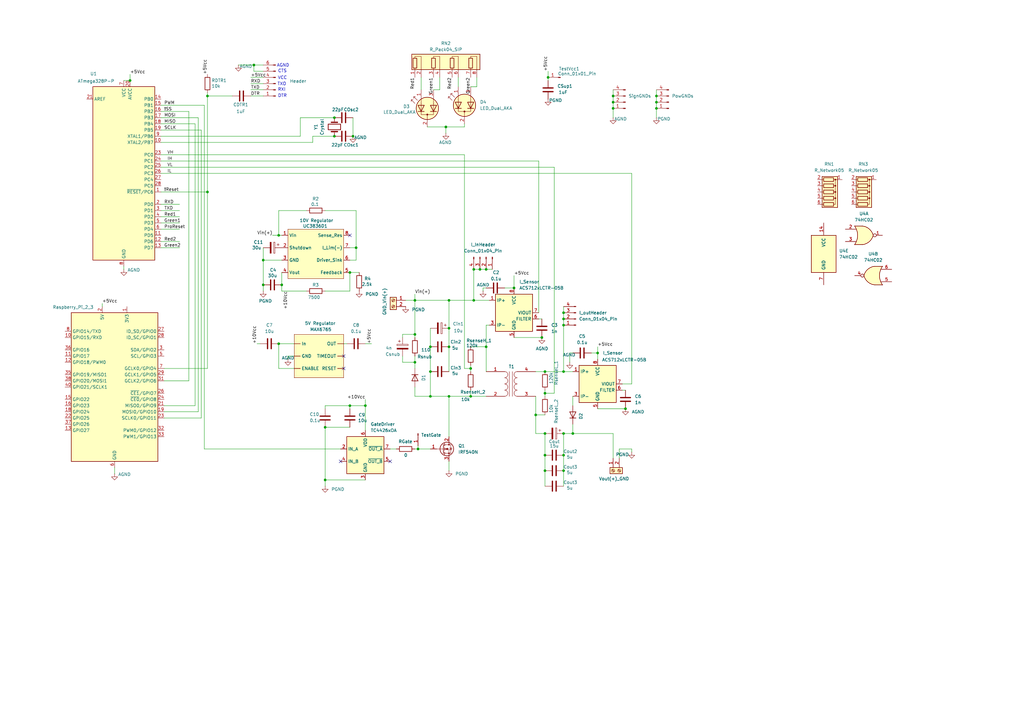
<source format=kicad_sch>
(kicad_sch (version 20250114) (generator "eeschema") (generator_version "9.0")
  (paper "A3")
  (lib_symbols
    (symbol "74xx:74HC02" (pin_names (offset 1.016))
      (property "Reference" "U" (at 0 1.27 0))
      (property "Value" "74HC02" (at 0 -1.27 0))
      (symbol "74HC02_1_1"
        (pin input line (at -7.62 2.54 0) (length 4.318) (name "~") (number "2"))
        (pin input line (at -7.62 -2.54 0) (length 4.318) (name "~") (number "3"))
        (pin output inverted (at 7.62 0 180) (length 3.81) (name "~") (number "1"))
      )
      (symbol "74HC02_1_2"
        (pin input inverted (at -7.62 2.54 0) (length 3.81) (name "~") (number "2"))
        (pin input inverted (at -7.62 -2.54 0) (length 3.81) (name "~") (number "3"))
        (pin output line (at 7.62 0 180) (length 3.81) (name "~") (number "1"))
      )
      (symbol "74HC02_2_1"
        (pin input line (at -7.62 2.54 0) (length 4.318) (name "~") (number "5"))
        (pin input line (at -7.62 -2.54 0) (length 4.318) (name "~") (number "6"))
        (pin output inverted (at 7.62 0 180) (length 3.81) (name "~") (number "4"))
      )
      (symbol "74HC02_2_2"
        (pin input inverted (at -7.62 2.54 0) (length 3.81) (name "~") (number "5"))
        (pin input inverted (at -7.62 -2.54 0) (length 3.81) (name "~") (number "6"))
        (pin output line (at 7.62 0 180) (length 3.81) (name "~") (number "4"))
      )
      (symbol "74HC02_3_1"
        (pin input line (at -7.62 2.54 0) (length 4.318) (name "~") (number "8"))
        (pin input line (at -7.62 -2.54 0) (length 4.318) (name "~") (number "9"))
        (pin output inverted (at 7.62 0 180) (length 3.81) (name "~") (number "10"))
      )
      (symbol "74HC02_3_2"
        (pin input inverted (at -7.62 2.54 0) (length 3.81) (name "~") (number "8"))
        (pin input inverted (at -7.62 -2.54 0) (length 3.81) (name "~") (number "9"))
        (pin output line (at 7.62 0 180) (length 3.81) (name "~") (number "10"))
      )
      (symbol "74HC02_4_1"
        (pin input line (at -7.62 2.54 0) (length 4.318) (name "~") (number "11"))
        (pin input line (at -7.62 -2.54 0) (length 4.318) (name "~") (number "12"))
        (pin output inverted (at 7.62 0 180) (length 3.81) (name "~") (number "13"))
      )
      (symbol "74HC02_4_2"
        (pin input inverted (at -7.62 2.54 0) (length 3.81) (name "~") (number "11"))
        (pin input inverted (at -7.62 -2.54 0) (length 3.81) (name "~") (number "12"))
        (pin output line (at 7.62 0 180) (length 3.81) (name "~") (number "13"))
      )
      (symbol "74HC02_5_0"
        (pin power_in line (at 0 12.7 270) (length 5.08) (name "VCC") (number "14"))
        (pin power_in line (at 0 -12.7 90) (length 5.08) (name "GND") (number "7"))
      )
    )
    (symbol "Connector:Conn_01x01_Pin" (pin_names (offset 1.016) (hide yes))
      (property "Reference" "J" (at 0 2.54 0))
      (property "Value" "Conn_01x01_Pin" (at 0 -2.54 0))
      (symbol "Conn_01x01_Pin_1_1"
        (pin passive line (at 5.08 0 180) (length 3.81) (name "Pin_1") (number "1"))
      )
    )
    (symbol "Connector:Conn_01x04_Pin" (pin_names (offset 1.016) (hide yes))
      (property "Reference" "J" (at 0 5.08 0))
      (property "Value" "Conn_01x04_Pin" (at 0 -7.62 0))
      (symbol "Conn_01x04_Pin_1_1"
        (pin passive line (at 5.08 2.54 180) (length 3.81) (name "Pin_1") (number "1"))
        (pin passive line (at 5.08 0 180) (length 3.81) (name "Pin_2") (number "2"))
        (pin passive line (at 5.08 -2.54 180) (length 3.81) (name "Pin_3") (number "3"))
        (pin passive line (at 5.08 -5.08 180) (length 3.81) (name "Pin_4") (number "4"))
      )
    )
    (symbol "Connector:Raspberry_Pi_2_3"
      (property "Reference" "J" (at -17.78 31.75 0))
      (property "Value" "Raspberry_Pi_2_3" (at 10.16 -31.75 0))
      (symbol "Raspberry_Pi_2_3_1_1"
        (pin bidirectional line (at -20.32 22.86 0) (length 2.54) (name "GPIO14/TXD") (number "8"))
        (pin bidirectional line (at -20.32 20.32 0) (length 2.54) (name "GPIO15/RXD") (number "10"))
        (pin bidirectional line (at -20.32 15.24 0) (length 2.54) (name "GPIO16") (number "36"))
        (pin bidirectional line (at -20.32 12.7 0) (length 2.54) (name "GPIO17") (number "11"))
        (pin bidirectional line (at -20.32 10.16 0) (length 2.54) (name "GPIO18/PWM0") (number "12"))
        (pin bidirectional line (at -20.32 5.08 0) (length 2.54) (name "GPIO19/MISO1") (number "35"))
        (pin bidirectional line (at -20.32 2.54 0) (length 2.54) (name "GPIO20/MOSI1") (number "38"))
        (pin bidirectional line (at -20.32 0 0) (length 2.54) (name "GPIO21/SCLK1") (number "40"))
        (pin bidirectional line (at -20.32 -5.08 0) (length 2.54) (name "GPIO22") (number "15"))
        (pin bidirectional line (at -20.32 -7.62 0) (length 2.54) (name "GPIO23") (number "16"))
        (pin bidirectional line (at -20.32 -10.16 0) (length 2.54) (name "GPIO24") (number "18"))
        (pin bidirectional line (at -20.32 -12.7 0) (length 2.54) (name "GPIO25") (number "22"))
        (pin bidirectional line (at -20.32 -15.24 0) (length 2.54) (name "GPIO26") (number "37"))
        (pin bidirectional line (at -20.32 -17.78 0) (length 2.54) (name "GPIO27") (number "13"))
        (pin power_in line (at -5.08 33.02 270) (length 2.54) (name "5V") (number "2"))
        (pin passive line (at -5.08 33.02 270) (length 2.54) (hide yes) (name "5V") (number "4"))
        (pin passive line (at 0 -33.02 90) (length 2.54) (hide yes) (name "GND") (number "14"))
        (pin passive line (at 0 -33.02 90) (length 2.54) (hide yes) (name "GND") (number "20"))
        (pin passive line (at 0 -33.02 90) (length 2.54) (hide yes) (name "GND") (number "25"))
        (pin passive line (at 0 -33.02 90) (length 2.54) (hide yes) (name "GND") (number "30"))
        (pin passive line (at 0 -33.02 90) (length 2.54) (hide yes) (name "GND") (number "34"))
        (pin passive line (at 0 -33.02 90) (length 2.54) (hide yes) (name "GND") (number "39"))
        (pin power_in line (at 0 -33.02 90) (length 2.54) (name "GND") (number "6"))
        (pin passive line (at 0 -33.02 90) (length 2.54) (hide yes) (name "GND") (number "9"))
        (pin power_in line (at 5.08 33.02 270) (length 2.54) (name "3V3") (number "1"))
        (pin passive line (at 5.08 33.02 270) (length 2.54) (hide yes) (name "3V3") (number "17"))
        (pin bidirectional line (at 20.32 22.86 180) (length 2.54) (name "ID_SD/GPIO0") (number "27"))
        (pin bidirectional line (at 20.32 20.32 180) (length 2.54) (name "ID_SC/GPIO1") (number "28"))
        (pin bidirectional line (at 20.32 15.24 180) (length 2.54) (name "SDA/GPIO2") (number "3"))
        (pin bidirectional line (at 20.32 12.7 180) (length 2.54) (name "SCL/GPIO3") (number "5"))
        (pin bidirectional line (at 20.32 7.62 180) (length 2.54) (name "GCLK0/GPIO4") (number "7"))
        (pin bidirectional line (at 20.32 5.08 180) (length 2.54) (name "GCLK1/GPIO5") (number "29"))
        (pin bidirectional line (at 20.32 2.54 180) (length 2.54) (name "GCLK2/GPIO6") (number "31"))
        (pin bidirectional line (at 20.32 -2.54 180) (length 2.54) (name "~{CE1}/GPIO7") (number "26"))
        (pin bidirectional line (at 20.32 -5.08 180) (length 2.54) (name "~{CE0}/GPIO8") (number "24"))
        (pin bidirectional line (at 20.32 -7.62 180) (length 2.54) (name "MISO0/GPIO9") (number "21"))
        (pin bidirectional line (at 20.32 -10.16 180) (length 2.54) (name "MOSI0/GPIO10") (number "19"))
        (pin bidirectional line (at 20.32 -12.7 180) (length 2.54) (name "SCLK0/GPIO11") (number "23"))
        (pin bidirectional line (at 20.32 -17.78 180) (length 2.54) (name "PWM0/GPIO12") (number "32"))
        (pin bidirectional line (at 20.32 -20.32 180) (length 2.54) (name "PWM1/GPIO13") (number "33"))
      )
    )
    (symbol "Connector:Screw_Terminal_01x02" (pin_names (offset 1.016) (hide yes))
      (property "Reference" "J" (at 0 2.54 0))
      (property "Value" "Screw_Terminal_01x02" (at 0 -5.08 0))
      (symbol "Screw_Terminal_01x02_1_1"
        (pin passive line (at -5.08 0 0) (length 3.81) (name "Pin_1") (number "1"))
        (pin passive line (at -5.08 -2.54 0) (length 3.81) (name "Pin_2") (number "2"))
      )
    )
    (symbol "Device:C" (pin_numbers (hide yes)) (pin_names (offset 0.254))
      (property "Reference" "C" (at 0.635 2.54 0))
      (property "Value" "C" (at 0.635 -2.54 0))
      (symbol "C_1_1"
        (pin passive line (at 0 3.81 270) (length 2.794) (name "~") (number "1"))
        (pin passive line (at 0 -3.81 90) (length 2.794) (name "~") (number "2"))
      )
    )
    (symbol "Device:C_Polarized" (pin_numbers (hide yes)) (pin_names (offset 0.254))
      (property "Reference" "C" (at 0.635 2.54 0))
      (property "Value" "C_Polarized" (at 0.635 -2.54 0))
      (symbol "C_Polarized_1_1"
        (pin passive line (at 0 3.81 270) (length 2.794) (name "~") (number "1"))
        (pin passive line (at 0 -3.81 90) (length 2.794) (name "~") (number "2"))
      )
    )
    (symbol "Device:D" (pin_numbers (hide yes)) (pin_names (offset 1.016) (hide yes))
      (property "Reference" "D" (at 0 2.54 0))
      (property "Value" "D" (at 0 -2.54 0))
      (symbol "D_1_1"
        (pin passive line (at -3.81 0 0) (length 2.54) (name "K") (number "1"))
        (pin passive line (at 3.81 0 180) (length 2.54) (name "A") (number "2"))
      )
    )
    (symbol "Device:LED_Dual_AKA" (pin_names (offset 0) (hide yes))
      (property "Reference" "D" (at 0 5.715 0))
      (property "Value" "LED_Dual_AKA" (at 0 -6.35 0))
      (symbol "LED_Dual_AKA_1_1"
        (pin input line (at -7.62 0 0) (length 3.048) (name "K") (number "2"))
        (pin input line (at 7.62 2.54 180) (length 3.81) (name "A1") (number "1"))
        (pin input line (at 7.62 -2.54 180) (length 3.81) (name "A2") (number "3"))
      )
    )
    (symbol "Device:R" (pin_numbers (hide yes)) (pin_names (offset 0))
      (property "Reference" "R" (at 2.032 0 90))
      (property "Value" "R" (at 0 0 90))
      (symbol "R_1_1"
        (pin passive line (at 0 3.81 270) (length 1.27) (name "~") (number "1"))
        (pin passive line (at 0 -3.81 90) (length 1.27) (name "~") (number "2"))
      )
    )
    (symbol "Device:R_Network05" (pin_names (offset 0) (hide yes))
      (property "Reference" "RN" (at -7.62 0 90))
      (property "Value" "R_Network05" (at 7.62 0 90))
      (symbol "R_Network05_1_1"
        (pin passive line (at -5.08 5.08 270) (length 2.54) (name "common") (number "1"))
        (pin passive line (at -5.08 -5.08 90) (length 1.27) (name "R1") (number "2"))
        (pin passive line (at -2.54 -5.08 90) (length 1.27) (name "R2") (number "3"))
        (pin passive line (at 0 -5.08 90) (length 1.27) (name "R3") (number "4"))
        (pin passive line (at 2.54 -5.08 90) (length 1.27) (name "R4") (number "5"))
        (pin passive line (at 5.08 -5.08 90) (length 1.27) (name "R5") (number "6"))
      )
    )
    (symbol "Device:R_Pack04_SIP" (pin_names (offset 0) (hide yes))
      (property "Reference" "RN" (at -15.24 0 90))
      (property "Value" "R_Pack04_SIP" (at 15.24 0 90))
      (symbol "R_Pack04_SIP_1_1"
        (pin passive line (at -12.7 -5.08 90) (length 3.81) (name "R1.1") (number "1"))
        (pin passive line (at -10.16 -5.08 90) (length 3.81) (name "R1.2") (number "2"))
        (pin passive line (at -5.08 -5.08 90) (length 3.81) (name "R2.1") (number "3"))
        (pin passive line (at -2.54 -5.08 90) (length 3.81) (name "R2.2") (number "4"))
        (pin passive line (at 2.54 -5.08 90) (length 3.81) (name "R3.1") (number "5"))
        (pin passive line (at 5.08 -5.08 90) (length 3.81) (name "R3.2") (number "6"))
        (pin passive line (at 10.16 -5.08 90) (length 3.81) (name "R4.1") (number "7"))
        (pin passive line (at 12.7 -5.08 90) (length 3.81) (name "R4.2") (number "8"))
      )
    )
    (symbol "Device:Transformer_1P_1S" (pin_names (offset 1.016) (hide yes))
      (property "Reference" "T" (at 0 6.35 0))
      (property "Value" "Transformer_1P_1S" (at 0 -7.62 0))
      (symbol "Transformer_1P_1S_1_1"
        (pin passive line (at -10.16 5.08 0) (length 7.62) (name "AA") (number "1"))
        (pin passive line (at -10.16 -5.08 0) (length 7.62) (name "AB") (number "2"))
        (pin passive line (at 10.16 5.08 180) (length 7.62) (name "SB") (number "4"))
        (pin passive line (at 10.16 -5.08 180) (length 7.62) (name "SA") (number "3"))
      )
    )
    (symbol "Driver_FET:TC4426xOA"
      (property "Reference" "U" (at -7.62 8.89 0))
      (property "Value" "TC4426xOA" (at 1.27 8.89 0))
      (symbol "TC4426xOA_1_1"
        (pin input line (at -10.16 2.54 0) (length 2.54) (name "IN_A") (number "2"))
        (pin input line (at -10.16 -2.54 0) (length 2.54) (name "IN_B") (number "4"))
        (pin no_connect line (at -7.62 0 0) (length 2.54) (hide yes) (name "NC") (number "1"))
        (pin power_in line (at 0 10.16 270) (length 2.54) (name "VDD") (number "6"))
        (pin power_in line (at 0 -10.16 90) (length 2.54) (name "GND") (number "3"))
        (pin no_connect line (at 7.62 0 180) (length 2.54) (hide yes) (name "NC") (number "8"))
        (pin output line (at 10.16 2.54 180) (length 2.54) (name "~{OUT_A}") (number "7"))
        (pin output line (at 10.16 -2.54 180) (length 2.54) (name "~{OUT_B}") (number "5"))
      )
    )
    (symbol "MCU_Microchip_ATmega:ATmega328P-P"
      (property "Reference" "U" (at -12.7 36.83 0))
      (property "Value" "ATmega328P-P" (at 2.54 -36.83 0))
      (symbol "ATmega328P-P_1_1"
        (pin passive line (at -15.24 30.48 0) (length 2.54) (name "AREF") (number "21"))
        (pin power_in line (at 0 38.1 270) (length 2.54) (name "VCC") (number "7"))
        (pin passive line (at 0 -38.1 90) (length 2.54) (hide yes) (name "GND") (number "22"))
        (pin power_in line (at 0 -38.1 90) (length 2.54) (name "GND") (number "8"))
        (pin power_in line (at 2.54 38.1 270) (length 2.54) (name "AVCC") (number "20"))
        (pin bidirectional line (at 15.24 30.48 180) (length 2.54) (name "PB0") (number "14"))
        (pin bidirectional line (at 15.24 27.94 180) (length 2.54) (name "PB1") (number "15"))
        (pin bidirectional line (at 15.24 25.4 180) (length 2.54) (name "PB2") (number "16"))
        (pin bidirectional line (at 15.24 22.86 180) (length 2.54) (name "PB3") (number "17"))
        (pin bidirectional line (at 15.24 20.32 180) (length 2.54) (name "PB4") (number "18"))
        (pin bidirectional line (at 15.24 17.78 180) (length 2.54) (name "PB5") (number "19"))
        (pin bidirectional line (at 15.24 15.24 180) (length 2.54) (name "XTAL1/PB6") (number "9"))
        (pin bidirectional line (at 15.24 12.7 180) (length 2.54) (name "XTAL2/PB7") (number "10"))
        (pin bidirectional line (at 15.24 7.62 180) (length 2.54) (name "PC0") (number "23"))
        (pin bidirectional line (at 15.24 5.08 180) (length 2.54) (name "PC1") (number "24"))
        (pin bidirectional line (at 15.24 2.54 180) (length 2.54) (name "PC2") (number "25"))
        (pin bidirectional line (at 15.24 0 180) (length 2.54) (name "PC3") (number "26"))
        (pin bidirectional line (at 15.24 -2.54 180) (length 2.54) (name "PC4") (number "27"))
        (pin bidirectional line (at 15.24 -5.08 180) (length 2.54) (name "PC5") (number "28"))
        (pin bidirectional line (at 15.24 -7.62 180) (length 2.54) (name "~{RESET}/PC6") (number "1"))
        (pin bidirectional line (at 15.24 -12.7 180) (length 2.54) (name "PD0") (number "2"))
        (pin bidirectional line (at 15.24 -15.24 180) (length 2.54) (name "PD1") (number "3"))
        (pin bidirectional line (at 15.24 -17.78 180) (length 2.54) (name "PD2") (number "4"))
        (pin bidirectional line (at 15.24 -20.32 180) (length 2.54) (name "PD3") (number "5"))
        (pin bidirectional line (at 15.24 -22.86 180) (length 2.54) (name "PD4") (number "6"))
        (pin bidirectional line (at 15.24 -25.4 180) (length 2.54) (name "PD5") (number "11"))
        (pin bidirectional line (at 15.24 -27.94 180) (length 2.54) (name "PD6") (number "12"))
        (pin bidirectional line (at 15.24 -30.48 180) (length 2.54) (name "PD7") (number "13"))
      )
    )
    (symbol "New_Library:MAX6765"
      (property "Reference" "MAX6765" (at 0 0 0))
      (symbol "MAX6765_1_1"
        (pin input line (at -10.16 -5.08 0) (length 2.54) (name "In") (number ""))
        (pin input line (at -10.16 -10.16 0) (length 2.54) (name "GND") (number ""))
        (pin input line (at -10.16 -15.24 0) (length 2.54) (name "ENABLE") (number ""))
        (pin input line (at 10.16 -5.08 180) (length 2.54) (name "OUT") (number ""))
        (pin input line (at 10.16 -10.16 180) (length 2.54) (name "TIMEOUT") (number ""))
        (pin input line (at 10.16 -15.24 180) (length 2.54) (name "RESET") (number ""))
      )
    )
    (symbol "Regulator:UC2836D"
      (property "Reference" "UC2836D" (at 0 0 0))
      (symbol "UC2836D_1_1"
        (pin input line (at -13.97 -3.81 0) (length 2.54) (name "Vin") (number "1"))
        (pin input line (at -13.97 -8.89 0) (length 2.54) (name "Shutdown") (number "2"))
        (pin output line (at -13.97 -13.97 0) (length 2.54) (name "GND") (number "3"))
        (pin output line (at -13.97 -19.05 0) (length 2.54) (name "Vout") (number "4"))
        (pin unspecified line (at 13.97 -3.81 180) (length 2.54) (name "Sense_Res") (number "8"))
        (pin output line (at 13.97 -8.89 180) (length 2.54) (name "I_Lim(-)") (number "7"))
        (pin input line (at 13.97 -13.97 180) (length 2.54) (name "Driver_Sink") (number "6"))
        (pin input line (at 13.97 -19.05 180) (length 2.54) (name "Feedback") (number "5"))
      )
    )
    (symbol "Sensor_Current:ACS712xLCTR-05B"
      (property "Reference" "U" (at 2.54 11.43 0))
      (property "Value" "ACS712xLCTR-05B" (at 2.54 8.89 0))
      (symbol "ACS712xLCTR-05B_1_1"
        (pin passive line (at -10.16 5.08 0) (length 2.54) (name "IP+") (number "1"))
        (pin passive line (at -10.16 5.08 0) (length 2.54) (hide yes) (name "IP+") (number "2"))
        (pin passive line (at -10.16 -5.08 0) (length 2.54) (name "IP-") (number "3"))
        (pin passive line (at -10.16 -5.08 0) (length 2.54) (hide yes) (name "IP-") (number "4"))
        (pin power_in line (at 0 10.16 270) (length 2.54) (name "VCC") (number "8"))
        (pin power_in line (at 0 -10.16 90) (length 2.54) (name "GND") (number "5"))
        (pin output line (at 10.16 0 180) (length 2.54) (name "VIOUT") (number "7"))
        (pin passive line (at 10.16 -2.54 180) (length 2.54) (name "FILTER") (number "6"))
      )
    )
    (symbol "Transistor_FET:IRF540N" (pin_names (hide yes))
      (property "Reference" "Q" (at 5.08 1.905 0))
      (property "Value" "IRF540N" (at 5.08 0 0))
      (symbol "IRF540N_1_1"
        (pin input line (at -5.08 0 0) (length 2.54) (name "G") (number "1"))
        (pin passive line (at 2.54 5.08 270) (length 2.54) (name "D") (number "2"))
        (pin passive line (at 2.54 -5.08 90) (length 2.54) (name "S") (number "3"))
      )
    )
    (symbol "Xtal_16MHz:Crystal" (pin_numbers (hide yes)) (pin_names (offset 1.016) (hide yes))
      (property "Reference" "Y" (at 0 3.81 0))
      (property "Value" "Crystal" (at 0 -3.81 0))
      (symbol "Crystal_1_1"
        (pin passive line (at -3.81 0 0) (length 1.27) (name "1") (number "1"))
        (pin passive line (at 3.81 0 180) (length 1.27) (name "2") (number "2"))
      )
    )
    (symbol "conn_01x06_male:Conn_01x06_Male" (pin_names (offset 1.016) (hide yes))
      (property "Reference" "HeaderFTDI1" (at -6.35 -1.524 0))
      (property "Value" "Conn_01x06_Male" (at -6.35 -3.8354 0))
      (symbol "Conn_01x06_Male_1_1"
        (pin passive line (at 5.08 5.08 180) (length 3.81) (name "Pin_1") (number "1"))
        (pin passive line (at 5.08 2.54 180) (length 3.81) (name "Pin_2") (number "2"))
        (pin passive line (at 5.08 0 180) (length 3.81) (name "Pin_3") (number "3"))
        (pin passive line (at 5.08 -2.54 180) (length 3.81) (name "Pin_4") (number "4"))
        (pin passive line (at 5.08 -5.08 180) (length 3.81) (name "Pin_5") (number "5"))
        (pin passive line (at 5.08 -7.62 180) (length 3.81) (name "Pin_6") (number "6"))
      )
    )
    (symbol "power:GND" (power) (pin_numbers (hide yes)) (pin_names (offset 0) (hide yes))
      (property "Value" "GND" (at 0 -3.81 0))
      (symbol "GND_1_1"
        (pin power_in line (at 0 0 270) (length 0) (name "~") (number "1"))
      )
    )
  )
  (text "VCC" (at 115.824 32.004 0) (effects (font (size 1.27 1.27))))
  (text "CTS\n" (at 115.824 29.21 0) (effects (font (size 1.27 1.27))))
  (text "TXO\n\n" (at 115.57 35.56 0) (effects (font (size 1.27 1.27))))
  (text "DTR\n" (at 115.824 39.37 0) (effects (font (size 1.27 1.27))))
  (text "RXI\n" (at 115.57 36.83 0) (effects (font (size 1.27 1.27))))
  (text "AGND\n\n" (at 116.078 27.94 0) (effects (font (size 1.27 1.27))))
  (junction (at 170.18 123.19))
  (junction (at 231.14 130.81))
  (junction (at 133.35 175.26))
  (junction (at 269.24 41.91))
  (junction (at 149.86 166.37))
  (junction (at 231.14 186.69))
  (junction (at 199.39 110.49))
  (junction (at 176.53 152.4))
  (junction (at 143.51 166.37))
  (junction (at 194.31 123.19))
  (junction (at 251.46 39.37))
  (junction (at 170.18 137.16))
  (junction (at 184.15 134.62))
  (junction (at 210.82 118.11))
  (junction (at 231.14 193.04))
  (junction (at 251.46 41.91))
  (junction (at 196.85 110.49))
  (junction (at 231.14 128.27))
  (junction (at 223.52 177.8))
  (junction (at 193.04 151.13))
  (junction (at 182.88 52.07))
  (junction (at 104.14 26.67))
  (junction (at 224.79 31.75))
  (junction (at 245.11 144.78))
  (junction (at 144.78 55.88))
  (junction (at 115.57 116.84))
  (junction (at 114.3 140.97))
  (junction (at 231.14 152.4))
  (junction (at 171.45 184.15))
  (junction (at 107.95 106.68))
  (junction (at 251.46 44.45))
  (junction (at 231.14 133.35))
  (junction (at 269.24 44.45))
  (junction (at 223.52 161.29))
  (junction (at 170.18 148.59))
  (junction (at 223.52 193.04))
  (junction (at 143.51 111.76))
  (junction (at 223.52 186.69))
  (junction (at 193.04 162.56))
  (junction (at 85.09 39.37))
  (junction (at 184.15 123.19))
  (junction (at 184.15 162.56))
  (junction (at 184.15 142.24))
  (junction (at 194.31 110.49))
  (junction (at 223.52 152.4))
  (junction (at 269.24 39.37))
  (junction (at 107.95 116.84))
  (junction (at 256.54 167.64))
  (junction (at 222.25 138.43))
  (junction (at 146.05 101.6))
  (junction (at 114.3 96.52))
  (junction (at 231.14 177.8))
  (junction (at 85.09 78.74))
  (junction (at 53.34 33.02))
  (junction (at 176.53 162.56))
  (junction (at 199.39 142.24))
  (junction (at 176.53 142.24))
  (junction (at 137.16 55.88))
  (junction (at 137.16 48.26))
  (junction (at 133.35 196.85))
  (junction (at 234.95 177.8))
  (junction (at 219.71 170.18))
  (no_connect (at 140.97 151.13))
  (no_connect (at 143.51 96.52))
  (no_connect (at 140.97 146.05))
  (no_connect (at 139.7 189.23))
  (no_connect (at 160.02 189.23))
  (wire (pts (xy 80.01 166.37) (xy 80.01 50.8)))
  (wire (pts (xy 231.14 133.35) (xy 231.14 152.4)))
  (wire (pts (xy 67.31 166.37) (xy 80.01 166.37)))
  (wire (pts (xy 146.05 106.68) (xy 146.05 101.6)))
  (wire (pts (xy 123.19 55.88) (xy 66.04 55.88)))
  (wire (pts (xy 176.53 134.62) (xy 176.53 142.24)))
  (wire (pts (xy 234.95 162.56) (xy 234.95 166.37)))
  (wire (pts (xy 111.76 96.52) (xy 114.3 96.52)))
  (wire (pts (xy 219.71 170.18) (xy 223.52 170.18)))
  (wire (pts (xy 194.31 110.49) (xy 196.85 110.49)))
  (wire (pts (xy 193.04 142.24) (xy 199.39 142.24)))
  (wire (pts (xy 46.99 191.77) (xy 46.99 194.31)))
  (wire (pts (xy 176.53 162.56) (xy 184.15 162.56)))
  (wire (pts (xy 219.71 162.56) (xy 219.71 170.18)))
  (wire (pts (xy 223.52 152.4) (xy 231.14 152.4)))
  (wire (pts (xy 219.71 170.18) (xy 219.71 177.8)))
  (wire (pts (xy 77.47 156.21) (xy 77.47 45.72)))
  (wire (pts (xy 199.39 118.11) (xy 198.12 118.11)))
  (wire (pts (xy 190.5 151.13) (xy 193.04 151.13)))
  (wire (pts (xy 222.25 130.81) (xy 220.98 130.81)))
  (wire (pts (xy 128.27 55.88) (xy 128.27 58.42)))
  (wire (pts (xy 231.14 130.81) (xy 231.14 133.35)))
  (wire (pts (xy 176.53 142.24) (xy 176.53 152.4)))
  (wire (pts (xy 170.18 148.59) (xy 170.18 146.05)))
  (wire (pts (xy 133.35 175.26) (xy 133.35 196.85)))
  (wire (pts (xy 199.39 162.56) (xy 193.04 162.56)))
  (wire (pts (xy 85.09 78.74) (xy 85.09 39.37)))
  (wire (pts (xy 102.87 34.29) (xy 107.95 34.29)))
  (wire (pts (xy 251.46 36.83) (xy 251.46 39.37)))
  (wire (pts (xy 133.35 86.36) (xy 146.05 86.36)))
  (wire (pts (xy 176.53 152.4) (xy 176.53 162.56)))
  (wire (pts (xy 83.82 43.18) (xy 83.82 184.15)))
  (wire (pts (xy 207.01 118.11) (xy 210.82 118.11)))
  (wire (pts (xy 182.88 52.07) (xy 190.5 52.07)))
  (wire (pts (xy 67.31 171.45) (xy 82.55 171.45)))
  (wire (pts (xy 259.08 71.12) (xy 259.08 157.48)))
  (wire (pts (xy 118.11 146.05) (xy 120.65 146.05)))
  (wire (pts (xy 245.11 144.78) (xy 245.11 147.32)))
  (wire (pts (xy 105.41 140.97) (xy 106.68 140.97)))
  (wire (pts (xy 175.26 52.07) (xy 182.88 52.07)))
  (wire (pts (xy 180.34 31.75) (xy 180.34 36.83)))
  (wire (pts (xy 160.02 184.15) (xy 162.56 184.15)))
  (wire (pts (xy 223.52 186.69) (xy 223.52 193.04)))
  (wire (pts (xy 133.35 119.38) (xy 143.51 119.38)))
  (wire (pts (xy 85.09 39.37) (xy 95.25 39.37)))
  (wire (pts (xy 82.55 171.45) (xy 82.55 53.34)))
  (wire (pts (xy 104.14 26.67) (xy 107.95 26.67)))
  (wire (pts (xy 231.14 125.73) (xy 231.14 128.27)))
  (wire (pts (xy 66.04 83.82) (xy 73.66 83.82)))
  (wire (pts (xy 172.72 31.75) (xy 172.72 36.83)))
  (wire (pts (xy 233.68 144.78) (xy 233.68 148.59)))
  (wire (pts (xy 187.96 31.75) (xy 187.96 35.56)))
  (wire (pts (xy 170.18 138.43) (xy 170.18 137.16)))
  (wire (pts (xy 143.51 119.38) (xy 143.51 111.76)))
  (wire (pts (xy 170.18 162.56) (xy 170.18 158.75)))
  (wire (pts (xy 114.3 151.13) (xy 120.65 151.13)))
  (wire (pts (xy 149.86 166.37) (xy 149.86 176.53)))
  (wire (pts (xy 66.04 93.98) (xy 73.66 93.98)))
  (wire (pts (xy 144.78 48.26) (xy 144.78 55.88)))
  (wire (pts (xy 80.01 50.8) (xy 66.04 50.8)))
  (wire (pts (xy 184.15 123.19) (xy 184.15 134.62)))
  (wire (pts (xy 50.8 33.02) (xy 53.34 33.02)))
  (wire (pts (xy 149.86 140.97) (xy 152.4 140.97)))
  (wire (pts (xy 210.82 113.03) (xy 210.82 118.11)))
  (wire (pts (xy 133.35 196.85) (xy 149.86 196.85)))
  (wire (pts (xy 149.86 166.37) (xy 149.86 163.83)))
  (wire (pts (xy 114.3 96.52) (xy 115.57 96.52)))
  (wire (pts (xy 165.1 146.05) (xy 165.1 148.59)))
  (wire (pts (xy 194.31 123.19) (xy 200.66 123.19)))
  (wire (pts (xy 53.34 30.48) (xy 53.34 33.02)))
  (wire (pts (xy 195.58 31.75) (xy 195.58 35.56)))
  (wire (pts (xy 184.15 162.56) (xy 184.15 179.07)))
  (wire (pts (xy 171.45 184.15) (xy 176.53 184.15)))
  (wire (pts (xy 220.98 66.04) (xy 66.04 66.04)))
  (wire (pts (xy 234.95 177.8) (xy 234.95 173.99)))
  (wire (pts (xy 196.85 110.49) (xy 199.39 110.49)))
  (wire (pts (xy 231.14 177.8) (xy 234.95 177.8)))
  (wire (pts (xy 115.57 119.38) (xy 125.73 119.38)))
  (wire (pts (xy 107.95 106.68) (xy 115.57 106.68)))
  (wire (pts (xy 66.04 68.58) (xy 227.33 68.58)))
  (wire (pts (xy 170.18 184.15) (xy 171.45 184.15)))
  (wire (pts (xy 231.14 128.27) (xy 231.14 130.81)))
  (wire (pts (xy 133.35 175.26) (xy 143.51 175.26)))
  (wire (pts (xy 234.95 144.78) (xy 233.68 144.78)))
  (wire (pts (xy 128.27 55.88) (xy 137.16 55.88)))
  (wire (pts (xy 224.79 31.75) (xy 224.79 33.02)))
  (wire (pts (xy 193.04 151.13) (xy 193.04 152.4)))
  (wire (pts (xy 83.82 184.15) (xy 139.7 184.15)))
  (wire (pts (xy 199.39 110.49) (xy 201.93 110.49)))
  (wire (pts (xy 171.45 182.88) (xy 171.45 184.15)))
  (wire (pts (xy 193.04 162.56) (xy 184.15 162.56)))
  (wire (pts (xy 85.09 38.1) (xy 85.09 39.37)))
  (wire (pts (xy 114.3 86.36) (xy 125.73 86.36)))
  (wire (pts (xy 146.05 101.6) (xy 143.51 101.6)))
  (wire (pts (xy 254 184.15) (xy 259.08 184.15)))
  (wire (pts (xy 177.8 36.83) (xy 180.34 36.83)))
  (wire (pts (xy 182.88 52.07) (xy 182.88 54.61)))
  (wire (pts (xy 199.39 142.24) (xy 199.39 152.4)))
  (wire (pts (xy 170.18 137.16) (xy 170.18 123.19)))
  (wire (pts (xy 269.24 36.83) (xy 269.24 39.37)))
  (wire (pts (xy 114.3 96.52) (xy 114.3 86.36)))
  (wire (pts (xy 184.15 142.24) (xy 184.15 152.4)))
  (wire (pts (xy 224.79 29.21) (xy 224.79 31.75)))
  (wire (pts (xy 231.14 186.69) (xy 231.14 177.8)))
  (wire (pts (xy 184.15 123.19) (xy 194.31 123.19)))
  (wire (pts (xy 251.46 177.8) (xy 251.46 187.96)))
  (wire (pts (xy 133.35 167.64) (xy 133.35 166.37)))
  (wire (pts (xy 66.04 86.36) (xy 73.66 86.36)))
  (wire (pts (xy 245.11 142.24) (xy 245.11 144.78)))
  (wire (pts (xy 66.04 78.74) (xy 85.09 78.74)))
  (wire (pts (xy 193.04 35.56) (xy 195.58 35.56)))
  (wire (pts (xy 255.27 157.48) (xy 259.08 157.48)))
  (wire (pts (xy 123.19 48.26) (xy 137.16 48.26)))
  (wire (pts (xy 170.18 151.13) (xy 170.18 148.59)))
  (wire (pts (xy 256.54 160.02) (xy 255.27 160.02)))
  (wire (pts (xy 41.91 124.46) (xy 41.91 125.73)))
  (wire (pts (xy 184.15 134.62) (xy 184.15 142.24)))
  (wire (pts (xy 219.71 177.8) (xy 223.52 177.8)))
  (wire (pts (xy 251.46 177.8) (xy 234.95 177.8)))
  (wire (pts (xy 140.97 140.97) (xy 142.24 140.97)))
  (wire (pts (xy 269.24 39.37) (xy 269.24 41.91)))
  (wire (pts (xy 245.11 167.64) (xy 256.54 167.64)))
  (wire (pts (xy 198.12 118.11) (xy 198.12 119.38)))
  (wire (pts (xy 193.04 149.86) (xy 193.04 151.13)))
  (wire (pts (xy 227.33 161.29) (xy 223.52 161.29)))
  (wire (pts (xy 97.79 26.67) (xy 104.14 26.67)))
  (wire (pts (xy 165.1 148.59) (xy 170.18 148.59)))
  (wire (pts (xy 223.52 161.29) (xy 223.52 160.02)))
  (wire (pts (xy 67.31 168.91) (xy 81.28 168.91)))
  (wire (pts (xy 170.18 162.56) (xy 176.53 162.56)))
  (wire (pts (xy 190.5 52.07) (xy 190.5 50.8)))
  (wire (pts (xy 254 184.15) (xy 254 187.96)))
  (wire (pts (xy 66.04 91.44) (xy 73.66 91.44)))
  (wire (pts (xy 102.87 31.75) (xy 107.95 31.75)))
  (wire (pts (xy 231.14 152.4) (xy 234.95 152.4)))
  (wire (pts (xy 66.04 63.5) (xy 190.5 63.5)))
  (wire (pts (xy 223.52 177.8) (xy 223.52 186.69)))
  (wire (pts (xy 146.05 86.36) (xy 146.05 101.6)))
  (wire (pts (xy 231.14 193.04) (xy 231.14 186.69)))
  (wire (pts (xy 133.35 166.37) (xy 143.51 166.37)))
  (wire (pts (xy 102.87 36.83) (xy 107.95 36.83)))
  (wire (pts (xy 66.04 99.06) (xy 73.66 99.06)))
  (wire (pts (xy 107.95 101.6) (xy 107.95 106.68)))
  (wire (pts (xy 66.04 71.12) (xy 259.08 71.12)))
  (wire (pts (xy 143.51 106.68) (xy 146.05 106.68)))
  (wire (pts (xy 66.04 88.9) (xy 73.66 88.9)))
  (wire (pts (xy 170.18 120.65) (xy 170.18 123.19)))
  (wire (pts (xy 66.04 45.72) (xy 77.47 45.72)))
  (wire (pts (xy 251.46 44.45) (xy 251.46 48.26)))
  (wire (pts (xy 166.37 123.19) (xy 170.18 123.19)))
  (wire (pts (xy 251.46 39.37) (xy 251.46 41.91)))
  (wire (pts (xy 165.1 137.16) (xy 170.18 137.16)))
  (wire (pts (xy 227.33 68.58) (xy 227.33 161.29)))
  (wire (pts (xy 269.24 41.91) (xy 269.24 44.45)))
  (wire (pts (xy 85.09 151.13) (xy 85.09 78.74)))
  (wire (pts (xy 143.51 111.76) (xy 147.32 111.76)))
  (wire (pts (xy 107.95 119.38) (xy 107.95 116.84)))
  (wire (pts (xy 123.19 48.26) (xy 123.19 55.88)))
  (wire (pts (xy 200.66 133.35) (xy 199.39 133.35)))
  (wire (pts (xy 170.18 123.19) (xy 184.15 123.19)))
  (wire (pts (xy 81.28 168.91) (xy 81.28 48.26)))
  (wire (pts (xy 223.52 193.04) (xy 223.52 199.39)))
  (wire (pts (xy 165.1 138.43) (xy 165.1 137.16)))
  (wire (pts (xy 220.98 128.27) (xy 220.98 66.04)))
  (wire (pts (xy 104.14 26.67) (xy 104.14 29.21)))
  (wire (pts (xy 184.15 189.23) (xy 184.15 193.04)))
  (wire (pts (xy 219.71 152.4) (xy 223.52 152.4)))
  (wire (pts (xy 210.82 138.43) (xy 222.25 138.43)))
  (wire (pts (xy 81.28 48.26) (xy 66.04 48.26)))
  (wire (pts (xy 114.3 151.13) (xy 114.3 140.97)))
  (wire (pts (xy 115.57 111.76) (xy 115.57 116.84)))
  (wire (pts (xy 66.04 101.6) (xy 73.66 101.6)))
  (wire (pts (xy 190.5 63.5) (xy 190.5 151.13)))
  (wire (pts (xy 107.95 106.68) (xy 107.95 116.84)))
  (wire (pts (xy 149.86 166.37) (xy 143.51 166.37)))
  (wire (pts (xy 118.11 146.05) (xy 118.11 147.32)))
  (wire (pts (xy 77.47 156.21) (xy 67.31 156.21)))
  (wire (pts (xy 251.46 41.91) (xy 251.46 44.45)))
  (wire (pts (xy 107.95 29.21) (xy 104.14 29.21)))
  (wire (pts (xy 82.55 53.34) (xy 66.04 53.34)))
  (wire (pts (xy 115.57 116.84) (xy 115.57 119.38)))
  (wire (pts (xy 133.35 196.85) (xy 133.35 199.39)))
  (wire (pts (xy 128.27 58.42) (xy 66.04 58.42)))
  (wire (pts (xy 120.65 140.97) (xy 114.3 140.97)))
  (wire (pts (xy 223.52 162.56) (xy 223.52 161.29)))
  (wire (pts (xy 50.8 109.22) (xy 50.8 110.49)))
  (wire (pts (xy 66.04 43.18) (xy 83.82 43.18)))
  (wire (pts (xy 269.24 44.45) (xy 269.24 48.26)))
  (wire (pts (xy 67.31 151.13) (xy 85.09 151.13)))
  (wire (pts (xy 102.87 39.37) (xy 107.95 39.37)))
  (wire (pts (xy 199.39 133.35) (xy 199.39 142.24)))
  (wire (pts (xy 193.04 160.02) (xy 193.04 162.56)))
  (wire (pts (xy 242.57 144.78) (xy 245.11 144.78)))
  (wire (pts (xy 143.51 166.37) (xy 143.51 167.64)))
  (wire (pts (xy 259.08 184.15) (xy 259.08 185.42)))
  (wire (pts (xy 194.31 110.49) (xy 194.31 123.19)))
  (wire (pts (xy 231.14 199.39) (xy 231.14 193.04)))
  (label "Red2" (at 185.42 31.75 270))
  (label "+5Vcc" (at 85.09 30.48 90))
  (label "TXD" (at 67.31 86.36 0))
  (label "Green2" (at 193.04 31.75 270))
  (label "MISO" (at 67.31 50.8 0))
  (label "ProReset" (at 67.31 93.98 0))
  (label "Vin(+)" (at 111.76 96.52 180))
  (label "Vin(+)" (at 170.18 120.65 0))
  (label "VH" (at 68.58 63.5 0))
  (label "IH" (at 68.58 66.04 0))
  (label "Green2" (at 67.31 101.6 0))
  (label "RXD" (at 67.31 83.82 0))
  (label "+10Vcc" (at 118.11 119.38 270))
  (label "+5Vcc" (at 210.82 113.03 0))
  (label "Red2" (at 67.31 99.06 0))
  (label "Green1" (at 177.8 31.75 270))
  (label "RXD" (at 102.87 34.29 0))
  (label "+10Vcc" (at 149.86 163.83 180))
  (label "Green1" (at 67.31 91.44 0))
  (label "!SS" (at 67.31 45.72 0))
  (label "Red1" (at 67.31 88.9 0))
  (label "+5Vcc" (at 152.4 140.97 90))
  (label "TXD" (at 102.87 36.83 0))
  (label "!Reset" (at 67.31 78.74 0))
  (label "DTR" (at 102.87 39.37 0))
  (label "+5Vcc" (at 41.91 124.46 0))
  (label "+5Vcc" (at 102.87 31.75 0))
  (label "SCLK" (at 67.31 53.34 0))
  (label "VL" (at 68.58 68.58 0))
  (label "+10Vcc" (at 105.41 140.97 90))
  (label "+5Vcc" (at 224.79 29.21 90))
  (label "MOSI" (at 67.31 48.26 0))
  (label "Red1" (at 170.18 31.75 270))
  (label "IL" (at 68.58 71.12 0))
  (label "+5Vcc" (at 245.11 142.24 0))
  (label "PWM" (at 67.31 43.18 0))
  (label "+5Vcc" (at 53.34 30.48 0))
  (symbol (lib_id "power:GND") (at 259.08 185.42 0) (unit 1)
    (property "Reference" "#PWR021" (effects (hide yes)))
    (property "Value" "PGND" (at 255.27 186.436 0))
    (property "Description" "Power symbol creates a global label with name \"GND\" , ground" (effects (hide yes)))
  )
  (symbol (lib_id "Device:C") (at 180.34 152.4 270) (unit 1)
    (property "Reference" "Cin3" (at 186.944 150.876 90))
    (property "Value" "5u" (at 186.69 153.162 90))
    (property "Description" "Unpolarized capacitor" (effects (hide yes)))
  )
  (symbol (lib_id "74xx:74HC02") (at 354.33 96.52 0) (unit 1)
    (property "Reference" "U4" (at 354.33 87.63 0))
    (property "Value" "74HC02" (at 354.33 90.17 0))
    (property "Footprint" "Package_DIP:DIP-14_W7.62mm_LongPads" (effects (hide yes)))
    (property "Datasheet" "http://www.ti.com/lit/gpn/sn74hc02" (effects (hide yes)))
    (property "Description" "quad 2-input NOR gate" (effects (hide yes)))
  )
  (symbol (lib_id "power:GND") (at 256.54 167.64 0) (unit 1)
    (property "Reference" "#PWR06" (effects (hide yes)))
    (property "Value" "AGND" (at 259.08 168.9099 0) (effects (justify left)))
    (property "Description" "Power symbol creates a global label with name \"GND\" , ground" (effects (hide yes)))
  )
  (symbol (lib_id "power:GND") (at 222.25 138.43 0) (unit 1)
    (property "Reference" "#PWR04" (effects (hide yes)))
    (property "Value" "AGND" (at 219.71 143.002 0) (effects (justify left)))
    (property "Description" "Power symbol creates a global label with name \"GND\" , ground" (effects (hide yes)))
  )
  (symbol (lib_id "power:GND") (at 50.8 110.49 0) (unit 1)
    (property "Reference" "#PWR011" (effects (hide yes)))
    (property "Value" "AGND" (at 54.864 110.744 0))
    (property "Description" "Power symbol creates a global label with name \"GND\" , ground" (effects (hide yes)))
  )
  (symbol (lib_id "Device:R") (at 193.04 146.05 180) (unit 1)
    (property "Reference" "RsenseH_1" (at 201.676 139.7 0) (effects (justify left)))
    (property "Value" "120k" (at 196.088 141.732 0) (effects (justify left)))
    (property "Description" "Resistor" (effects (hide yes)))
  )
  (symbol (lib_id "power:GND") (at 182.88 54.61 0) (unit 1)
    (property "Reference" "#PWR08" (effects (hide yes)))
    (property "Value" "AGND" (at 182.626 58.42 0))
    (property "Description" "Power symbol creates a global label with name \"GND\" , ground" (effects (hide yes)))
  )
  (symbol (lib_id "Device:C") (at 146.05 140.97 90) (unit 1)
    (property "Reference" "C8" (at 146.05 133.35 90))
    (property "Value" "0.1u" (at 146.05 135.89 90))
    (property "Description" "Unpolarized capacitor" (effects (hide yes)))
  )
  (symbol (lib_id "Device:C") (at 140.97 48.26 270) (unit 1)
    (property "Reference" "COsc2" (at 140.97 44.958 90) (effects (justify left)))
    (property "Value" "22pF" (at 136.144 44.958 90) (effects (justify left)))
    (property "Footprint" "Capacitor_THT:C_Rect_L7.2mm_W3.5mm_P5.00mm_FKS2_FKP2_MKS2_MKP2" (effects (hide yes)))
  )
  (symbol (lib_id "Connector:Conn_01x01_Pin") (at 171.45 177.8 270) (unit 1)
    (property "Reference" "TestGate" (at 172.72 178.4349 90) (effects (justify left)))
    (property "Value" "Conn_01x01_Pin" (effects (hide yes)))
    (property "Footprint" "Connector_JST:JST_XH_B1B-XH-AM_1x01_P2.50mm_Vertical" (effects (hide yes)))
    (property "Description" "Generic connector, single row, 01x01, script generated" (effects (hide yes)))
  )
  (symbol (lib_id "Driver_FET:TC4426xOA") (at 149.86 186.69 0) (unit 1)
    (property "Reference" "GateDriver" (at 152.0033 173.99 0) (effects (justify left)))
    (property "Value" "TC4426xOA" (at 152.0033 176.53 0) (effects (justify left)))
    (property "Footprint" "Package_SO:SOIC-8_3.9x4.9mm_P1.27mm" (effects (hide yes)))
    (property "Datasheet" "https://ww1.microchip.com/downloads/en/DeviceDoc/20001422G.pdf" (effects (hide yes)))
    (property "Description" "1.5A Dual High-Speed Power MOSFET Drivers, 4.5...18V supply, TTL/CMOS compatible inputs, inverting drivers, SOIC-8" (effects (hide yes)))
  )
  (symbol (lib_id "power:GND") (at 224.79 40.64 0) (unit 1)
    (property "Reference" "#PWR015" (effects (hide yes)))
    (property "Value" "PGND" (at 227.838 41.148 0))
    (property "Description" "Power symbol creates a global label with name \"GND\" , ground" (effects (hide yes)))
  )
  (symbol (lib_id "power:GND") (at 97.79 26.67 0) (unit 1)
    (property "Reference" "#PWR016" (effects (hide yes)))
    (property "Value" "AGND" (at 100.838 27.178 0))
    (property "Description" "Power symbol creates a global label with name \"GND\" , ground" (effects (hide yes)))
  )
  (symbol (lib_id "Device:C") (at 99.06 39.37 90) (unit 1)
    (property "Reference" "CDTR1" (at 101.854 42.926 90) (effects (justify left)))
    (property "Value" "1uF" (at 100.584 45.72 90) (effects (justify left)))
    (property "Footprint" "Capacitor_THT:C_Rect_L7.2mm_W3.5mm_P5.00mm_FKS2_FKP2_MKS2_MKP2" (effects (hide yes)))
  )
  (symbol (lib_id "Sensor_Current:ACS712xLCTR-05B") (at 210.82 128.27 0) (unit 1)
    (property "Reference" "I_Sensor" (at 212.9633 115.57 0) (effects (justify left)))
    (property "Value" "ACS712xLCTR-05B" (at 212.9633 118.11 0) (effects (justify left)))
    (property "Footprint" "Package_SO:SOIC-8_3.9x4.9mm_P1.27mm" (effects (hide yes)))
    (property "Datasheet" "http://www.allegromicro.com/~/media/Files/Datasheets/ACS712-Datasheet.ashx?la=en" (effects (hide yes)))
    (property "Description" "±5A Bidirectional Hall-Effect Current Sensor, +5.0V supply, 185mV/A, SOIC-8" (effects (hide yes)))
  )
  (symbol (lib_id "Device:R_Network05") (at 354.33 78.74 270) (unit 1)
    (property "Reference" "RN3" (at 354.076 67.31 90))
    (property "Value" "R_Network05" (at 354.076 69.85 90))
    (property "Footprint" "Resistor_THT:R_Array_SIP6" (effects (hide yes)))
    (property "Datasheet" "http://www.vishay.com/docs/31509/csc.pdf" (effects (hide yes)))
    (property "Description" "5 resistor network, star topology, bussed resistors, small symbol" (effects (hide yes)))
  )
  (symbol (lib_id "Connector:Conn_01x04_Pin") (at 236.22 130.81 180) (unit 1)
    (property "Reference" "I_outHeader" (at 237.49 128.2699 0) (effects (justify right)))
    (property "Value" "Conn_01x04_Pin" (at 237.49 130.8099 0) (effects (justify right)))
    (property "Footprint" "Connector_PinHeader_2.54mm:PinHeader_1x04_P2.54mm_Vertical" (effects (hide yes)))
    (property "Description" "Generic connector, single row, 01x04, script generated" (effects (hide yes)))
  )
  (symbol (lib_id "Device:C") (at 222.25 134.62 180) (unit 1)
    (property "Reference" "C3" (at 226.06 133.3499 0) (effects (justify right)))
    (property "Value" "1n" (at 226.06 135.8899 0) (effects (justify right)))
    (property "Description" "Unpolarized capacitor" (effects (hide yes)))
  )
  (symbol (lib_id "power:GND") (at 166.37 125.73 0) (unit 1)
    (property "Reference" "#PWR018" (effects (hide yes)))
    (property "Value" "PGND" (at 168.91 126.9999 0) (effects (justify left)))
    (property "Description" "Power symbol creates a global label with name \"GND\" , ground" (effects (hide yes)))
  )
  (symbol (lib_id "Device:C") (at 111.76 116.84 270) (unit 1)
    (property "Reference" "C4" (at 112.014 110.744 90))
    (property "Value" "30u" (at 111.76 113.03 90))
    (property "Description" "Unpolarized capacitor" (effects (hide yes)))
  )
  (symbol (lib_id "Connector:Conn_01x04_Pin") (at 199.39 105.41 270) (unit 1)
    (property "Reference" "I_InHeader" (at 198.12 100.33 90))
    (property "Value" "Conn_01x04_Pin" (at 198.12 102.87 90))
    (property "Footprint" "Connector_PinHeader_2.54mm:PinHeader_1x04_P2.54mm_Vertical" (effects (hide yes)))
    (property "Description" "Generic connector, single row, 01x04, script generated" (effects (hide yes)))
  )
  (symbol (lib_id "power:GND") (at 118.11 147.32 0) (unit 1)
    (property "Reference" "#PWR09" (effects (hide yes)))
    (property "Value" "AGND" (at 118.11 146.812 0))
    (property "Description" "Power symbol creates a global label with name \"GND\" , ground" (effects (hide yes)))
  )
  (symbol (lib_id "Device:C_Polarized") (at 111.76 101.6 270) (unit 1)
    (property "Reference" "C11" (at 107.95 99.314 90) (effects (justify right)))
    (property "Value" "30u" (at 107.188 101.6 90) (effects (justify right)))
    (property "Description" "Polarized capacitor" (effects (hide yes)))
  )
  (symbol (lib_id "Device:C") (at 203.2 118.11 270) (unit 1)
    (property "Reference" "C2" (at 203.454 111.76 90))
    (property "Value" "0.1u" (at 203.454 114.3 90))
    (property "Description" "Unpolarized capacitor" (effects (hide yes)))
  )
  (symbol (lib_id "Device:D") (at 170.18 154.94 270) (unit 1)
    (property "Reference" "D1" (at 173.736 154.94 0))
    (property "Value" "D" (effects (hide yes)))
    (property "Description" "Diode" (effects (hide yes)))
    (property "Sim.Device" "D" (effects (hide yes)))
    (property "Sim.Pins" "1=K 2=A" (effects (hide yes)))
  )
  (symbol (lib_id "power:GND") (at 147.32 119.38 0) (unit 1)
    (property "Reference" "#PWR014" (effects (hide yes)))
    (property "Value" "PGND" (at 149.86 120.6499 0) (effects (justify left)))
    (property "Description" "Power symbol creates a global label with name \"GND\" , ground" (effects (hide yes)))
  )
  (symbol (lib_id "Device:C") (at 224.79 36.83 0) (unit 1)
    (property "Reference" "CSup1" (at 228.6 35.306 0) (effects (justify left)))
    (property "Value" "1uF" (at 229.108 37.846 0) (effects (justify left)))
    (property "Footprint" "Capacitor_THT:C_Rect_L7.2mm_W3.5mm_P5.00mm_FKS2_FKP2_MKS2_MKP2" (effects (hide yes)))
  )
  (symbol (lib_id "Device:R") (at 85.09 34.29 180) (unit 1)
    (property "Reference" "RDTR1" (at 92.964 33.02 0) (effects (justify left)))
    (property "Value" "10k" (at 90.424 35.306 0) (effects (justify left)))
    (property "Description" "Resistor" (effects (hide yes)))
  )
  (symbol (lib_id "Device:C") (at 227.33 186.69 270) (unit 1)
    (property "Reference" "Cout2" (at 233.934 185.166 90))
    (property "Value" "5u" (at 233.68 187.452 90))
    (property "Description" "Unpolarized capacitor" (effects (hide yes)))
  )
  (symbol (lib_id "Device:C") (at 180.34 142.24 270) (unit 1)
    (property "Reference" "Cin2" (at 186.944 140.208 90))
    (property "Value" "5u" (at 186.69 142.748 90))
    (property "Description" "Unpolarized capacitor" (effects (hide yes)))
  )
  (symbol (lib_id "Device:R") (at 129.54 119.38 90) (unit 1)
    (property "Reference" "R3" (at 130.81 116.84 90) (effects (justify left)))
    (property "Value" "7500" (at 131.318 121.92 90) (effects (justify left)))
    (property "Description" "Resistor" (effects (hide yes)))
  )
  (symbol (lib_id "74xx:74HC02") (at 358.14 113.03 180) (unit 2)
    (property "Reference" "U4" (at 358.14 104.14 0))
    (property "Value" "74HC02" (at 358.14 106.68 0))
    (property "Footprint" "Package_DIP:DIP-14_W7.62mm_LongPads" (effects (hide yes)))
    (property "Datasheet" "http://www.ti.com/lit/gpn/sn74hc02" (effects (hide yes)))
    (property "Description" "quad 2-input NOR gate" (effects (hide yes)))
  )
  (symbol (lib_id "Sensor_Current:ACS712xLCTR-05B") (at 245.11 157.48 0) (unit 1)
    (property "Reference" "I_Sensor" (at 247.2533 144.78 0) (effects (justify left)))
    (property "Value" "ACS712xLCTR-05B" (at 246.888 147.574 0) (effects (justify left)))
    (property "Footprint" "Package_SO:SOIC-8_3.9x4.9mm_P1.27mm" (effects (hide yes)))
    (property "Datasheet" "http://www.allegromicro.com/~/media/Files/Datasheets/ACS712-Datasheet.ashx?la=en" (effects (hide yes)))
    (property "Description" "±5A Bidirectional Hall-Effect Current Sensor, +5.0V supply, 185mV/A, SOIC-8" (effects (hide yes)))
  )
  (symbol (lib_id "Device:LED_Dual_AKA") (at 190.5 43.18 90) (unit 1)
    (property "Reference" "D4" (at 196.85 41.8464 90) (effects (justify right)))
    (property "Value" "LED_Dual_AKA" (at 196.85 44.3864 90) (effects (justify right)))
    (property "Footprint" "FllybackVE:LED_3pin_P2.54mm" (effects (hide yes)))
    (property "Datasheet" "https://www.americanbrightled.com/pdffiles/led-components/through-hole/BL-BEG204-7-E.pdf" (effects (hide yes)))
    (property "Description" "Dual LED, common cathode on pin 2" (effects (hide yes)))
  )
  (symbol (lib_id "Device:C_Polarized") (at 165.1 142.24 0) (unit 1)
    (property "Reference" "Csnub" (at 164.084 145.288 0) (effects (justify right)))
    (property "Value" "4n" (at 160.782 142.748 0) (effects (justify right)))
    (property "Description" "Polarized capacitor" (effects (hide yes)))
  )
  (symbol (lib_id "Device:R_Network05") (at 340.36 78.74 270) (unit 1)
    (property "Reference" "RN1" (at 340.106 67.31 90))
    (property "Value" "R_Network05" (at 340.106 69.85 90))
    (property "Footprint" "Resistor_THT:R_Array_SIP6" (effects (hide yes)))
    (property "Datasheet" "http://www.vishay.com/docs/31509/csc.pdf" (effects (hide yes)))
    (property "Description" "5 resistor network, star topology, bussed resistors, small symbol" (effects (hide yes)))
  )
  (symbol (lib_id "MCU_Microchip_ATmega:ATmega328P-P") (at 50.8 71.12 0) (unit 1)
    (property "Reference" "U1" (at 38.354 30.226 0))
    (property "Value" "ATmega328P-P" (at 39.37 33.274 0))
    (property "Footprint" "Package_DIP:DIP-28_W7.62mm" (effects (hide yes)))
    (property "Datasheet" "http://ww1.microchip.com/downloads/en/DeviceDoc/ATmega328_P%20AVR%20MCU%20with%20picoPower%20Technology%20Data%20Sheet%2040001984A.pdf" (effects (hide yes)))
    (property "Description" "20MHz, 32kB Flash, 2kB SRAM, 1kB EEPROM, DIP-28" (effects (hide yes)))
  )
  (symbol (lib_id "power:GND") (at 107.95 119.38 0) (unit 1)
    (property "Reference" "#PWR013" (effects (hide yes)))
    (property "Value" "PGND" (at 106.172 123.444 0) (effects (justify left)))
    (property "Description" "Power symbol creates a global label with name \"GND\" , ground" (effects (hide yes)))
  )
  (symbol (lib_id "Device:LED_Dual_AKA") (at 175.26 44.45 90) (unit 1)
    (property "Reference" "D3" (at 165.354 43.688 90) (effects (justify right)))
    (property "Value" "LED_Dual_AKA" (at 157.226 45.974 90) (effects (justify right)))
    (property "Footprint" "ATverterE:LED_3pin_P2.54mm (1)" (effects (hide yes)))
    (property "Datasheet" "https://www.americanbrightled.com/pdffiles/led-components/through-hole/BL-BEG204-7-E.pdf" (effects (hide yes)))
    (property "Description" "Dual LED, common cathode on pin 2" (effects (hide yes)))
  )
  (symbol (lib_id "Device:C_Polarized") (at 180.34 134.62 270) (unit 1)
    (property "Reference" "Cin1" (at 187.96 132.842 90))
    (property "Value" "10u" (at 187.96 135.636 90))
    (property "Description" "Polarized capacitor" (effects (hide yes)))
  )
  (symbol (lib_id "Device:R") (at 193.04 156.21 180) (unit 1)
    (property "Reference" "RsenseH_2" (at 199.136 160.782 0) (effects (justify left)))
    (property "Value" "10k" (at 192.786 163.83 0) (effects (justify left)))
    (property "Description" "Resistor" (effects (hide yes)))
  )
  (symbol (lib_id "Device:R") (at 223.52 156.21 0) (unit 1)
    (property "Reference" "RsenseL_1" (at 228.092 157.988 90) (effects (justify left)))
    (property "Value" "120k" (at 226.06 157.4799 90) (effects (justify left)))
    (property "Description" "Resistor" (effects (hide yes)))
  )
  (symbol (lib_id "power:GND") (at 46.99 194.31 0) (unit 1)
    (property "Reference" "#PWR012" (effects (hide yes)))
    (property "Value" "AGND" (at 51.054 194.564 0))
    (property "Description" "Power symbol creates a global label with name \"GND\" , ground" (effects (hide yes)))
  )
  (symbol (lib_id "Device:R") (at 129.54 86.36 90) (unit 1)
    (property "Reference" "R2" (at 130.81 81.534 90) (effects (justify left)))
    (property "Value" "0.1" (at 130.8099 83.82 90) (effects (justify left)))
    (property "Description" "Resistor" (effects (hide yes)))
  )
  (symbol (lib_id "Xtal_16MHz:Crystal") (at 137.16 52.07 90) (unit 1)
    (property "Reference" "Y1" (at 129.54 52.07 0))
    (property "Value" "Crystal" (at 132.08 52.07 0))
    (property "Footprint" "Crystal:Resonator-2Pin_W10.0mm_H5.0mm" (effects (hide yes)))
    (property "Description" "Two pin crystal" (effects (hide yes)))
  )
  (symbol (lib_id "power:GND") (at 269.24 48.26 0) (unit 1)
    (property "Reference" "#PWR020" (effects (hide yes)))
    (property "Value" "PGND" (at 272.288 48.768 0))
    (property "Description" "Power symbol creates a global label with name \"GND\" , ground" (effects (hide yes)))
  )
  (symbol (lib_id "Device:R") (at 166.37 184.15 90) (unit 1)
    (property "Reference" "RGate" (at 169.164 181.102 90) (effects (justify left)))
    (property "Value" "0" (at 167.132 186.69 90) (effects (justify left)))
    (property "Description" "Resistor" (effects (hide yes)))
  )
  (symbol (lib_id "power:GND") (at 251.46 48.26 0) (unit 1)
    (property "Reference" "#PWR017" (effects (hide yes)))
    (property "Value" "AGND" (at 254.508 48.768 0))
    (property "Description" "Power symbol creates a global label with name \"GND\" , ground" (effects (hide yes)))
  )
  (symbol (lib_id "New_Library:MAX6765") (at 130.81 135.89 0) (unit 1)
    (property "Reference" "MAX6765" (at 131.572 135.128 0))
    (property "Value" "5V Regulator" (at 131.318 132.588 0))
    (property "Footprint" "FllybackVE:Max6765" (effects (hide yes)))
    (property "Datasheet" "https://www.mouser.com/datasheet/2/609/MAX6765_MAX6774-3470695.pdf" (effects (hide yes)))
  )
  (symbol (lib_id "Connector:Conn_01x04_Pin") (at 256.54 41.91 180) (unit 1)
    (property "Reference" "SignGNDs" (at 257.81 39.3699 0) (effects (justify right)))
    (property "Value" "Conn_01x04_Pin" (effects (hide yes)))
    (property "Footprint" "Connector_PinHeader_2.54mm:PinHeader_1x04_P2.54mm_Vertical" (effects (hide yes)))
    (property "Description" "Generic connector, single row, 01x04, script generated" (effects (hide yes)))
  )
  (symbol (lib_id "power:GND") (at 184.15 193.04 0) (unit 1)
    (property "Reference" "#PWR019" (effects (hide yes)))
    (property "Value" "PGND" (at 186.69 194.3099 0) (effects (justify left)))
    (property "Description" "Power symbol creates a global label with name \"GND\" , ground" (effects (hide yes)))
  )
  (symbol (lib_id "power:GND") (at 198.12 119.38 0) (unit 1)
    (property "Reference" "#PWR03" (effects (hide yes)))
    (property "Value" "AGND" (at 198.12 116.84 0))
    (property "Description" "Power symbol creates a global label with name \"GND\" , ground" (effects (hide yes)))
  )
  (symbol (lib_id "Device:C") (at 238.76 144.78 270) (unit 1)
    (property "Reference" "C5" (at 238.76 137.922 90))
    (property "Value" "0.1u" (at 238.76 140.462 90))
    (property "Description" "Unpolarized capacitor" (effects (hide yes)))
  )
  (symbol (lib_id "Connector:Conn_01x01_Pin") (at 229.87 31.75 180) (unit 1)
    (property "Reference" "TestVcc1" (at 233.426 28.194 0))
    (property "Value" "Conn_01x01_Pin" (at 236.728 30.226 0))
    (property "Description" "Generic connector, single row, 01x01, script generated" (effects (hide yes)))
  )
  (symbol (lib_id "conn_01x06_male:Conn_01x06_Male") (at 113.03 34.29 180) (unit 1)
    (property "Reference" "Header" (at 118.872 33.274 0) (effects (justify right)))
    (property "Value" "Conn_01x06_Male" (effects (hide yes)))
    (property "Footprint" "FllybackVE:FTDI_USB_TTL_Header" (effects (hide yes)))
  )
  (symbol (lib_id "Device:C") (at 143.51 171.45 180) (unit 1)
    (property "Reference" "C9" (at 147.066 170.18 0) (effects (justify right)))
    (property "Value" "10u" (at 146.812 172.466 0) (effects (justify right)))
    (property "Description" "Unpolarized capacitor" (effects (hide yes)))
  )
  (symbol (lib_id "Connector:Screw_Terminal_01x02") (at 251.46 193.04 90) (mirror x) (unit 1)
    (property "Reference" "Vout(+)_GND" (at 245.618 196.342 90) (effects (justify right)))
    (property "Value" "Screw_Terminal_01x02" (effects (hide yes)))
    (property "Description" "Generic screw terminal, single row, 01x02, script generated (kicad-library-utils/schlib/autogen/connector/)" (effects (hide yes)))
  )
  (symbol (lib_id "Connector:Screw_Terminal_01x02") (at 161.29 123.19 0) (mirror y) (unit 1)
    (property "Reference" "GND_Vin(+)" (at 157.734 123.698 90))
    (property "Value" "Screw_Terminal_01x02" (effects (hide yes)))
    (property "Description" "Generic screw terminal, single row, 01x02, script generated (kicad-library-utils/schlib/autogen/connector/)" (effects (hide yes)))
  )
  (symbol (lib_id "Device:C") (at 227.33 199.39 270) (unit 1)
    (property "Reference" "Cout3" (at 233.934 197.866 90))
    (property "Value" "5u" (at 233.68 200.152 90))
    (property "Description" "Unpolarized capacitor" (effects (hide yes)))
  )
  (symbol (lib_id "Device:R") (at 147.32 115.57 180) (unit 1)
    (property "Reference" "R4" (at 152.146 114.3 0) (effects (justify left)))
    (property "Value" "2.5k" (at 152.654 116.586 0) (effects (justify left)))
    (property "Description" "Resistor" (effects (hide yes)))
  )
  (symbol (lib_id "Connector:Raspberry_Pi_2_3") (at 46.99 158.75 0) (unit 1)
    (property "Reference" "J1" (effects (hide yes)))
    (property "Value" "Raspberry_Pi_2_3" (at 21.59 125.984 0) (effects (justify left)))
    (property "Footprint" "ATverterE:Raspberry_Pi_Zero_and_Four" (effects (hide yes)))
    (property "Datasheet" "https://www.raspberrypi.org/documentation/hardware/raspberrypi/schematics/rpi_SCH_3bplus_1p0_reduced.pdf" (effects (hide yes)))
    (property "Description" "expansion header for Raspberry Pi 2 & 3" (effects (hide yes)))
  )
  (symbol (lib_id "power:GND") (at 133.35 199.39 0) (unit 1)
    (property "Reference" "#PWR010" (effects (hide yes)))
    (property "Value" "PGND" (at 135.89 200.6599 0) (effects (justify left)))
    (property "Description" "Power symbol creates a global label with name \"GND\" , ground" (effects (hide yes)))
  )
  (symbol (lib_id "Device:R") (at 170.18 142.24 0) (unit 1)
    (property "Reference" "Rsnub" (at 171.196 146.304 0) (effects (justify left)))
    (property "Value" "110" (at 172.72 143.5099 0) (effects (justify left)))
    (property "Description" "Resistor" (effects (hide yes)))
  )
  (symbol (lib_id "power:GND") (at 144.78 55.88 0) (unit 1)
    (property "Reference" "#PWR07" (effects (hide yes)))
    (property "Value" "AGND" (at 147.828 56.388 0))
    (property "Description" "Power symbol creates a global label with name \"GND\" , ground" (effects (hide yes)))
  )
  (symbol (lib_id "Device:R_Pack04_SIP") (at 182.88 26.67 0) (unit 1)
    (property "Reference" "RN2" (at 182.88 17.78 0))
    (property "Value" "R_Pack04_SIP" (at 182.88 20.32 0))
    (property "Footprint" "Resistor_THT:R_Array_SIP8" (effects (hide yes)))
    (property "Datasheet" "http://www.vishay.com/docs/31509/csc.pdf" (effects (hide yes)))
    (property "Description" "4 resistor network, parallel topology, SIP package" (effects (hide yes)))
  )
  (symbol (lib_id "Device:Transformer_1P_1S") (at 209.55 157.48 0) (unit 1)
    (property "Reference" "T1" (at 209.804 150.368 0))
    (property "Value" "Transformer_1P_1S" (effects (hide yes)))
    (property "Description" "Transformer, single primary, single secondary" (effects (hide yes)))
  )
  (symbol (lib_id "Device:R") (at 223.52 166.37 0) (unit 1)
    (property "Reference" "RsenseL_2" (at 228.092 173.736 90) (effects (justify left)))
    (property "Value" "10k" (at 226.06 169.418 90) (effects (justify left)))
    (property "Description" "Resistor" (effects (hide yes)))
  )
  (symbol (lib_id "Device:C") (at 133.35 171.45 180) (unit 1)
    (property "Reference" "C10" (at 127 169.926 0) (effects (justify right)))
    (property "Value" "0.1u" (at 127 172.466 0) (effects (justify right)))
    (property "Description" "Unpolarized capacitor" (effects (hide yes)))
  )
  (symbol (lib_id "power:GND") (at 233.68 148.59 0) (unit 1)
    (property "Reference" "#PWR05" (effects (hide yes)))
    (property "Value" "AGND" (at 233.426 145.542 0))
    (property "Description" "Power symbol creates a global label with name \"GND\" , ground" (effects (hide yes)))
  )
  (symbol (lib_id "Regulator:UC2836D") (at 129.54 92.71 0) (unit 1)
    (property "Reference" "UC3836D1" (at 129.286 92.71 0))
    (property "Value" "10V Regulator" (at 129.794 90.424 0))
    (property "Footprint" "FllybackVE:UC2836" (effects (hide yes)))
  )
  (symbol (lib_id "Device:C") (at 110.49 140.97 270) (unit 1)
    (property "Reference" "C7" (at 110.49 133.35 90))
    (property "Value" "10u" (at 110.49 135.89 90))
    (property "Description" "Unpolarized capacitor" (effects (hide yes)))
  )
  (symbol (lib_id "Transistor_FET:IRF540N") (at 181.61 184.15 0) (unit 1)
    (property "Reference" "Q1" (at 187.96 182.8799 0) (effects (justify left)))
    (property "Value" "IRF540N" (at 187.96 185.4199 0) (effects (justify left)))
    (property "Footprint" "Package_TO_SOT_THT:TO-220-3_Vertical" (effects (hide yes)))
    (property "Datasheet" "http://www.irf.com/product-info/datasheets/data/irf540n.pdf" (effects (hide yes)))
    (property "Description" "33A Id, 100V Vds, HEXFET N-Channel MOSFET, TO-220" (effects (hide yes)))
  )
  (symbol (lib_id "Device:C_Polarized") (at 227.33 177.8 270) (unit 1)
    (property "Reference" "Cout" (at 227.33 181.102 90))
    (property "Value" "15u" (at 227.33 182.88 90))
    (property "Description" "Polarized capacitor" (effects (hide yes)))
  )
  (symbol (lib_id "Device:C") (at 227.33 193.04 270) (unit 1)
    (property "Reference" "Cout3" (at 233.934 191.516 90))
    (property "Value" "5u" (at 233.68 193.802 90))
    (property "Description" "Unpolarized capacitor" (effects (hide yes)))
  )
  (symbol (lib_id "74xx:74HC02") (at 337.82 104.14 0) (unit 5)
    (property "Reference" "U4" (at 344.17 102.8699 0) (effects (justify left)))
    (property "Value" "74HC02" (at 344.17 105.4099 0) (effects (justify left)))
    (property "Footprint" "Package_DIP:DIP-14_W7.62mm_LongPads" (effects (hide yes)))
    (property "Datasheet" "http://www.ti.com/lit/gpn/sn74hc02" (effects (hide yes)))
    (property "Description" "quad 2-input NOR gate" (effects (hide yes)))
  )
  (symbol (lib_id "Connector:Conn_01x04_Pin") (at 274.32 41.91 180) (unit 1)
    (property "Reference" "PowGNDs" (at 275.59 39.3699 0) (effects (justify right)))
    (property "Value" "Conn_01x04_Pin" (effects (hide yes)))
    (property "Footprint" "Connector_PinHeader_2.54mm:PinHeader_1x04_P2.54mm_Vertical" (effects (hide yes)))
    (property "Description" "Generic connector, single row, 01x04, script generated" (effects (hide yes)))
  )
  (symbol (lib_id "Device:C") (at 256.54 163.83 180) (unit 1)
    (property "Reference" "C6" (at 260.35 162.5599 0) (effects (justify right)))
    (property "Value" "1n" (at 260.35 165.0999 0) (effects (justify right)))
    (property "Description" "Unpolarized capacitor" (effects (hide yes)))
  )
  (symbol (lib_id "Device:C") (at 140.97 55.88 270) (unit 1)
    (property "Reference" "COsc1" (at 140.97 59.436 90) (effects (justify left)))
    (property "Value" "22pF" (at 135.89 59.436 90) (effects (justify left)))
    (property "Footprint" "Capacitor_THT:C_Rect_L7.2mm_W3.5mm_P5.00mm_FKS2_FKP2_MKS2_MKP2" (effects (hide yes)))
  )
  (symbol (lib_id "Device:D") (at 234.95 170.18 90) (unit 1)
    (property "Reference" "D2" (at 238.252 170.688 0))
    (property "Value" "D" (effects (hide yes)))
    (property "Description" "Diode" (effects (hide yes)))
    (property "Sim.Device" "D" (effects (hide yes)))
    (property "Sim.Pins" "1=K 2=A" (effects (hide yes)))
  )
)
</source>
